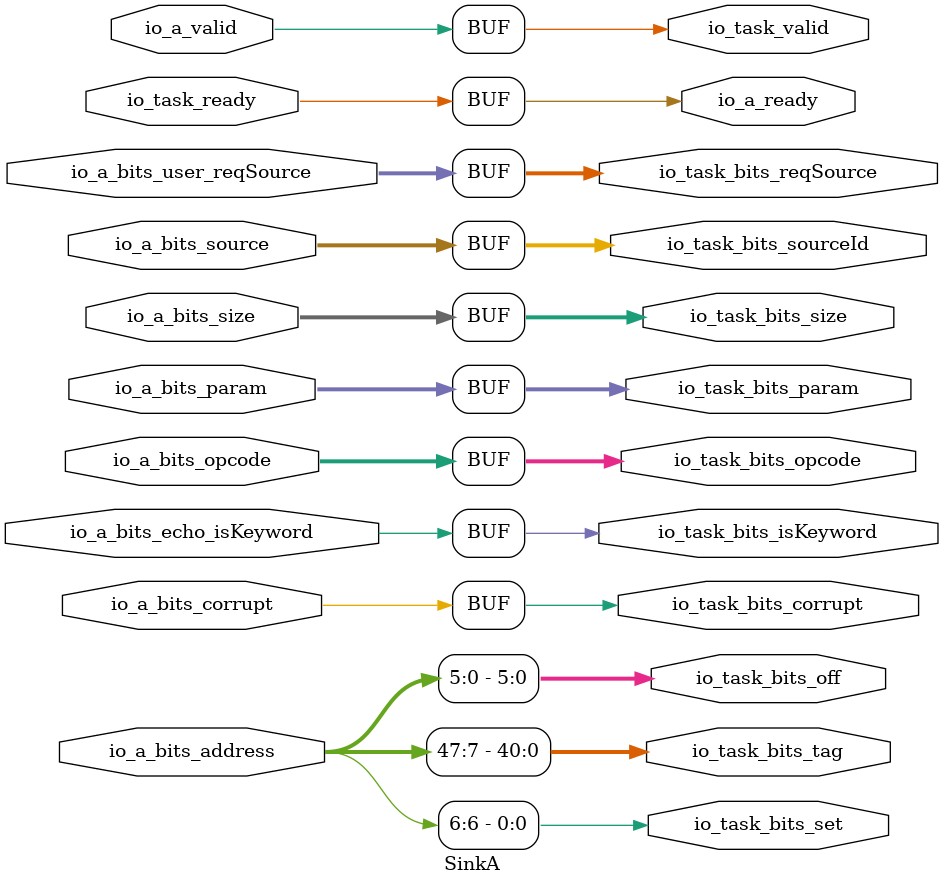
<source format=sv>
`ifndef RANDOMIZE
  `ifdef RANDOMIZE_MEM_INIT
    `define RANDOMIZE
  `endif // RANDOMIZE_MEM_INIT
`endif // not def RANDOMIZE
`ifndef RANDOMIZE
  `ifdef RANDOMIZE_REG_INIT
    `define RANDOMIZE
  `endif // RANDOMIZE_REG_INIT
`endif // not def RANDOMIZE

`ifndef RANDOM
  `define RANDOM $random
`endif // not def RANDOM

// Users can define INIT_RANDOM as general code that gets injected into the
// initializer block for modules with registers.
`ifndef INIT_RANDOM
  `define INIT_RANDOM
`endif // not def INIT_RANDOM

// If using random initialization, you can also define RANDOMIZE_DELAY to
// customize the delay used, otherwise 0.002 is used.
`ifndef RANDOMIZE_DELAY
  `define RANDOMIZE_DELAY 0.002
`endif // not def RANDOMIZE_DELAY

// Define INIT_RANDOM_PROLOG_ for use in our modules below.
`ifndef INIT_RANDOM_PROLOG_
  `ifdef RANDOMIZE
    `ifdef VERILATOR
      `define INIT_RANDOM_PROLOG_ `INIT_RANDOM
    `else  // VERILATOR
      `define INIT_RANDOM_PROLOG_ `INIT_RANDOM #`RANDOMIZE_DELAY begin end
    `endif // VERILATOR
  `else  // RANDOMIZE
    `define INIT_RANDOM_PROLOG_
  `endif // RANDOMIZE
`endif // not def INIT_RANDOM_PROLOG_

// Include register initializers in init blocks unless synthesis is set
`ifndef SYNTHESIS
  `ifndef ENABLE_INITIAL_REG_
    `define ENABLE_INITIAL_REG_
  `endif // not def ENABLE_INITIAL_REG_
`endif // not def SYNTHESIS

// Include rmemory initializers in init blocks unless synthesis is set
`ifndef SYNTHESIS
  `ifndef ENABLE_INITIAL_MEM_
    `define ENABLE_INITIAL_MEM_
  `endif // not def ENABLE_INITIAL_MEM_
`endif // not def SYNTHESIS

module SinkA(
  output        io_a_ready,
  input         io_a_valid,
  input  [3:0]  io_a_bits_opcode,
  input  [2:0]  io_a_bits_param,
  input  [2:0]  io_a_bits_size,
  input  [5:0]  io_a_bits_source,
  input  [47:0] io_a_bits_address,
  input  [4:0]  io_a_bits_user_reqSource,
  input         io_a_bits_echo_isKeyword,
  input         io_a_bits_corrupt,
  input         io_task_ready,
  output        io_task_valid,
  output        io_task_bits_set,
  output [40:0] io_task_bits_tag,
  output [5:0]  io_task_bits_off,
  output        io_task_bits_isKeyword,
  output [3:0]  io_task_bits_opcode,
  output [2:0]  io_task_bits_param,
  output [2:0]  io_task_bits_size,
  output [5:0]  io_task_bits_sourceId,
  output        io_task_bits_corrupt,
  output [4:0]  io_task_bits_reqSource
);

  assign io_a_ready = io_task_ready;
  assign io_task_valid = io_a_valid;
  assign io_task_bits_set = io_a_bits_address[6];
  assign io_task_bits_tag = io_a_bits_address[47:7];
  assign io_task_bits_off = io_a_bits_address[5:0];
  assign io_task_bits_isKeyword = io_a_bits_echo_isKeyword;
  assign io_task_bits_opcode = io_a_bits_opcode;
  assign io_task_bits_param = io_a_bits_param;
  assign io_task_bits_size = io_a_bits_size;
  assign io_task_bits_sourceId = io_a_bits_source;
  assign io_task_bits_corrupt = io_a_bits_corrupt;
  assign io_task_bits_reqSource = io_a_bits_user_reqSource;
endmodule


</source>
